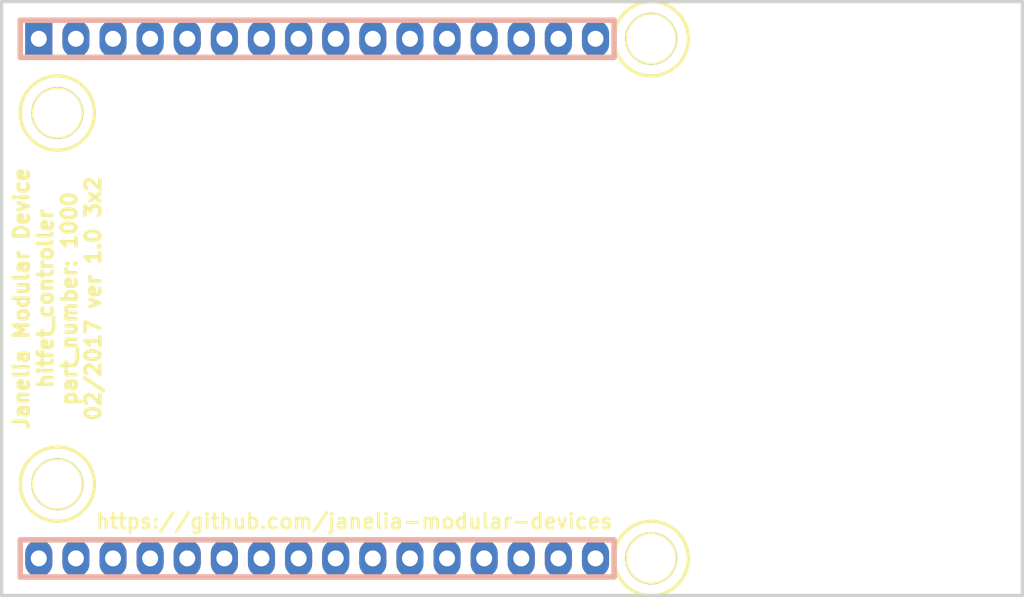
<source format=kicad_pcb>
(kicad_pcb (version 20170123) (host pcbnew no-vcs-found-7602~57~ubuntu16.04.1)

  (general
    (links 0)
    (no_connects 0)
    (area 0 0 0 0)
    (thickness 1.6)
    (drawings 6)
    (tracks 0)
    (zones 0)
    (modules 1)
    (nets 1)
  )

  (page A4)
  (title_block
    (title hitfet_controller_3x2)
    (rev 1.0)
  )

  (layers
    (0 F.Cu signal)
    (31 B.Cu signal)
    (32 B.Adhes user)
    (33 F.Adhes user)
    (34 B.Paste user)
    (35 F.Paste user)
    (36 B.SilkS user)
    (37 F.SilkS user)
    (38 B.Mask user)
    (39 F.Mask user)
    (40 Dwgs.User user hide)
    (41 Cmts.User user)
    (42 Eco1.User user)
    (43 Eco2.User user)
    (44 Edge.Cuts user)
    (45 Margin user)
    (46 B.CrtYd user)
    (47 F.CrtYd user)
    (48 B.Fab user)
    (49 F.Fab user hide)
  )

  (setup
    (last_trace_width 0.254)
    (trace_clearance 0.0254)
    (zone_clearance 0.2032)
    (zone_45_only no)
    (trace_min 0.254)
    (segment_width 0.2286)
    (edge_width 0.2286)
    (via_size 0.889)
    (via_drill 0.635)
    (via_min_size 0.889)
    (via_min_drill 0.508)
    (uvia_size 0.508)
    (uvia_drill 0.127)
    (uvias_allowed no)
    (uvia_min_size 0.508)
    (uvia_min_drill 0.127)
    (pcb_text_width 0.3)
    (pcb_text_size 1.5 1.5)
    (mod_edge_width 0.381)
    (mod_text_size 1 1)
    (mod_text_width 0.15)
    (pad_size 1.016 4.4958)
    (pad_drill 0)
    (pad_to_mask_clearance 0)
    (aux_axis_origin 0 0)
    (visible_elements FFFFF77F)
    (pcbplotparams
      (layerselection 0x000f0_ffffffff)
      (usegerberextensions true)
      (excludeedgelayer false)
      (linewidth 0.100000)
      (plotframeref false)
      (viasonmask false)
      (mode 1)
      (useauxorigin false)
      (hpglpennumber 1)
      (hpglpenspeed 20)
      (hpglpendiameter 15)
      (psnegative false)
      (psa4output false)
      (plotreference true)
      (plotvalue true)
      (plotinvisibletext false)
      (padsonsilk false)
      (subtractmaskfromsilk true)
      (outputformat 1)
      (mirror false)
      (drillshape 0)
      (scaleselection 1)
      (outputdirectory gerbers/))
  )

  (net 0 "")

  (net_class Default "This is the default net class."
    (clearance 0.0254)
    (trace_width 0.254)
    (via_dia 0.889)
    (via_drill 0.635)
    (uvia_dia 0.508)
    (uvia_drill 0.127)
    (diff_pair_gap 0.254)
    (diff_pair_width 0.254)
  )

  (net_class GND ""
    (clearance 0.1016)
    (trace_width 0.4064)
    (via_dia 0.889)
    (via_drill 0.635)
    (uvia_dia 0.508)
    (uvia_drill 0.127)
    (diff_pair_gap 0.254)
    (diff_pair_width 0.254)
  )

  (net_class LEDPOWER ""
    (clearance 0.254)
    (trace_width 0.6096)
    (via_dia 0.889)
    (via_drill 0.635)
    (uvia_dia 0.508)
    (uvia_drill 0.127)
    (diff_pair_gap 0.254)
    (diff_pair_width 0.254)
  )

  (net_class POWER ""
    (clearance 0.254)
    (trace_width 0.8128)
    (via_dia 0.889)
    (via_drill 0.635)
    (uvia_dia 0.508)
    (uvia_drill 0.127)
    (diff_pair_gap 0.254)
    (diff_pair_width 0.254)
  )

  (net_class SIGNAL ""
    (clearance 0.1016)
    (trace_width 0.4064)
    (via_dia 0.889)
    (via_drill 0.635)
    (uvia_dia 0.508)
    (uvia_drill 0.127)
    (diff_pair_gap 0.254)
    (diff_pair_width 0.254)
  )

  (net_class SUPERPOWER ""
    (clearance 0.254)
    (trace_width 1.2192)
    (via_dia 0.889)
    (via_drill 0.635)
    (uvia_dia 0.508)
    (uvia_drill 0.127)
    (diff_pair_gap 0.254)
    (diff_pair_width 0.254)
  )

  (module hitfet_controller_3x2:MODULAR_DEVICE_BASE_3X2_MALE (layer F.Cu) (tedit 5894A56C) (tstamp 589B69A7)
    (at 107.315 88.9)
    (path /589B6745)
    (fp_text reference MDB1 (at 0 0) (layer F.SilkS) hide
      (effects (font (size 1.016 1.016) (thickness 0.254)))
    )
    (fp_text value MODULAR_DEVICE_BASE_3X2_MALE (at 0 2.54) (layer F.SilkS) hide
      (effects (font (thickness 0.3048)))
    )
    (fp_circle (center -17.78 -12.7) (end -15.24 -12.7) (layer F.SilkS) (width 0.2286))
    (fp_circle (center -17.78 12.7) (end -15.24 12.7) (layer F.SilkS) (width 0.2286))
    (fp_circle (center 22.86 17.78) (end 25.4 17.78) (layer F.SilkS) (width 0.2286))
    (fp_circle (center 22.86 -17.78) (end 25.4 -17.78) (layer F.SilkS) (width 0.2286))
    (fp_line (start -20.32 16.51) (end -20.32 19.05) (layer B.SilkS) (width 0.381))
    (fp_line (start -20.32 19.05) (end 20.32 19.05) (layer B.SilkS) (width 0.381))
    (fp_line (start 20.32 19.05) (end 20.32 16.51) (layer B.SilkS) (width 0.381))
    (fp_line (start 20.32 16.51) (end -20.32 16.51) (layer B.SilkS) (width 0.381))
    (fp_line (start -20.32 -19.05) (end -20.32 -16.51) (layer B.SilkS) (width 0.381))
    (fp_line (start -20.32 -16.51) (end 20.32 -16.51) (layer B.SilkS) (width 0.381))
    (fp_line (start 20.32 -16.51) (end 20.32 -19.05) (layer B.SilkS) (width 0.381))
    (fp_line (start 20.32 -19.05) (end -20.32 -19.05) (layer B.SilkS) (width 0.381))
    (fp_line (start -21.59 -20.32) (end -21.59 20.32) (layer F.Fab) (width 0.2286))
    (fp_line (start -21.59 20.32) (end 48.26 20.32) (layer F.Fab) (width 0.2286))
    (fp_line (start 48.26 20.32) (end 48.26 -20.32) (layer F.Fab) (width 0.2286))
    (fp_line (start 48.26 -20.32) (end -21.59 -20.32) (layer F.Fab) (width 0.2286))
    (pad GND thru_hole oval (at -16.51 -17.78) (size 1.8542 2.54) (drill 1.0922) (layers *.Cu *.Mask))
    (pad 24 thru_hole oval (at -13.97 -17.78) (size 1.8542 2.54) (drill 1.0922) (layers *.Cu *.Mask))
    (pad VDD thru_hole rect (at -19.05 -17.78) (size 1.8542 2.54) (drill 1.0922) (layers *.Cu *.Mask))
    (pad 25 thru_hole oval (at -11.43 -17.78) (size 1.8542 2.54) (drill 1.0922) (layers *.Cu *.Mask))
    (pad 2 thru_hole oval (at -8.89 -17.78) (size 1.8542 2.54) (drill 1.0922) (layers *.Cu *.Mask))
    (pad 3 thru_hole oval (at -6.35 -17.78) (size 1.8542 2.54) (drill 1.0922) (layers *.Cu *.Mask))
    (pad 4 thru_hole oval (at -3.81 -17.78) (size 1.8542 2.54) (drill 1.0922) (layers *.Cu *.Mask))
    (pad 5 thru_hole oval (at -1.27 -17.78) (size 1.8542 2.54) (drill 1.0922) (layers *.Cu *.Mask))
    (pad 6 thru_hole oval (at 1.27 -17.78) (size 1.8542 2.54) (drill 1.0922) (layers *.Cu *.Mask))
    (pad 30 thru_hole oval (at 3.81 -17.78) (size 1.8542 2.54) (drill 1.0922) (layers *.Cu *.Mask))
    (pad 29 thru_hole oval (at 6.35 -17.78) (size 1.8542 2.54) (drill 1.0922) (layers *.Cu *.Mask))
    (pad 9 thru_hole oval (at 8.89 -17.78) (size 1.8542 2.54) (drill 1.0922) (layers *.Cu *.Mask))
    (pad 10 thru_hole oval (at 11.43 -17.78) (size 1.8542 2.54) (drill 1.0922) (layers *.Cu *.Mask))
    (pad 11 thru_hole oval (at 13.97 -17.78) (size 1.8542 2.54) (drill 1.0922) (layers *.Cu *.Mask))
    (pad 12 thru_hole oval (at 16.51 -17.78) (size 1.8542 2.54) (drill 1.0922) (layers *.Cu *.Mask))
    (pad 28 thru_hole oval (at 19.05 -17.78) (size 1.8542 2.54) (drill 1.0922) (layers *.Cu *.Mask))
    (pad DAC thru_hole oval (at 19.05 17.78) (size 1.8542 2.54) (drill 1.0922) (layers *.Cu *.Mask))
    (pad 13 thru_hole oval (at 16.51 17.78) (size 1.8542 2.54) (drill 1.0922) (layers *.Cu *.Mask))
    (pad 14 thru_hole oval (at 13.97 17.78) (size 1.8542 2.54) (drill 1.0922) (layers *.Cu *.Mask))
    (pad 15 thru_hole oval (at 11.43 17.78) (size 1.8542 2.54) (drill 1.0922) (layers *.Cu *.Mask))
    (pad 16 thru_hole oval (at 8.89 17.78) (size 1.8542 2.54) (drill 1.0922) (layers *.Cu *.Mask))
    (pad 17 thru_hole oval (at 6.35 17.78) (size 1.8542 2.54) (drill 1.0922) (layers *.Cu *.Mask))
    (pad 18 thru_hole oval (at 3.81 17.78) (size 1.8542 2.54) (drill 1.0922) (layers *.Cu *.Mask))
    (pad 19 thru_hole oval (at 1.27 17.78) (size 1.8542 2.54) (drill 1.0922) (layers *.Cu *.Mask))
    (pad 20 thru_hole oval (at -1.27 17.78) (size 1.8542 2.54) (drill 1.0922) (layers *.Cu *.Mask))
    (pad 21 thru_hole oval (at -3.81 17.78) (size 1.8542 2.54) (drill 1.0922) (layers *.Cu *.Mask))
    (pad 22 thru_hole oval (at -6.35 17.78) (size 1.8542 2.54) (drill 1.0922) (layers *.Cu *.Mask))
    (pad 23 thru_hole oval (at -8.89 17.78) (size 1.8542 2.54) (drill 1.0922) (layers *.Cu *.Mask))
    (pad 3V3 thru_hole oval (at -11.43 17.78) (size 1.8542 2.54) (drill 1.0922) (layers *.Cu *.Mask))
    (pad AGND thru_hole oval (at -13.97 17.78) (size 1.8542 2.54) (drill 1.0922) (layers *.Cu *.Mask))
    (pad VEE thru_hole oval (at -16.51 17.78) (size 1.8542 2.54) (drill 1.0922) (layers *.Cu *.Mask))
    (pad AREF thru_hole oval (at -19.05 17.78) (size 1.8542 2.54) (drill 1.0922) (layers *.Cu *.Mask))
    (pad "" thru_hole circle (at -17.78 -12.7) (size 3.556 3.556) (drill 3.302) (layers *.Cu *.Mask F.SilkS))
    (pad "" thru_hole circle (at -17.78 12.7) (size 3.556 3.556) (drill 3.302) (layers *.Cu *.Mask F.SilkS))
    (pad "" thru_hole circle (at 22.86 17.78) (size 3.556 3.556) (drill 3.302) (layers *.Cu *.Mask F.SilkS))
    (pad "" thru_hole circle (at 22.86 -17.78) (size 3.556 3.556) (drill 3.302) (layers *.Cu *.Mask F.SilkS))
  )

  (gr_line (start 155.575 68.58) (end 85.725 68.58) (angle 90) (layer Edge.Cuts) (width 0.2286))
  (gr_line (start 155.575 109.22) (end 155.575 68.58) (angle 90) (layer Edge.Cuts) (width 0.2286))
  (gr_line (start 85.725 109.22) (end 155.575 109.22) (angle 90) (layer Edge.Cuts) (width 0.2286))
  (gr_line (start 85.725 68.58) (end 85.725 109.22) (angle 90) (layer Edge.Cuts) (width 0.2286))
  (gr_text https://github.com/janelia-modular-devices (at 109.855 104.14) (layer F.SilkS)
    (effects (font (size 1.016 1.016) (thickness 0.1905)))
  )
  (gr_text "Janelia Modular Device\nhitfet_controller\npart_number: 1000\n02/2017 ver 1.0 3x2" (at 89.535 88.9 90) (layer F.SilkS)
    (effects (font (size 1.016 1.016) (thickness 0.254)))
  )

)

</source>
